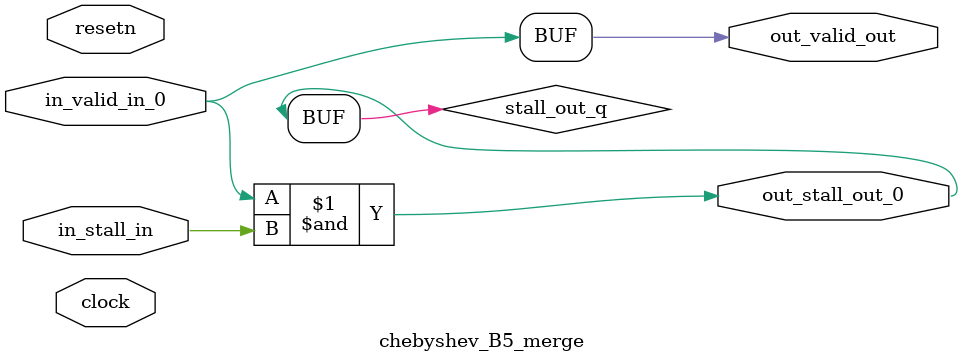
<source format=sv>



(* altera_attribute = "-name AUTO_SHIFT_REGISTER_RECOGNITION OFF; -name MESSAGE_DISABLE 10036; -name MESSAGE_DISABLE 10037; -name MESSAGE_DISABLE 14130; -name MESSAGE_DISABLE 14320; -name MESSAGE_DISABLE 15400; -name MESSAGE_DISABLE 14130; -name MESSAGE_DISABLE 10036; -name MESSAGE_DISABLE 12020; -name MESSAGE_DISABLE 12030; -name MESSAGE_DISABLE 12010; -name MESSAGE_DISABLE 12110; -name MESSAGE_DISABLE 14320; -name MESSAGE_DISABLE 13410; -name MESSAGE_DISABLE 113007; -name MESSAGE_DISABLE 10958" *)
module chebyshev_B5_merge (
    input wire [0:0] in_stall_in,
    input wire [0:0] in_valid_in_0,
    output wire [0:0] out_stall_out_0,
    output wire [0:0] out_valid_out,
    input wire clock,
    input wire resetn
    );

    wire [0:0] stall_out_q;


    // stall_out(LOGICAL,6)
    assign stall_out_q = in_valid_in_0 & in_stall_in;

    // out_stall_out_0(GPOUT,4)
    assign out_stall_out_0 = stall_out_q;

    // out_valid_out(GPOUT,5)
    assign out_valid_out = in_valid_in_0;

endmodule

</source>
